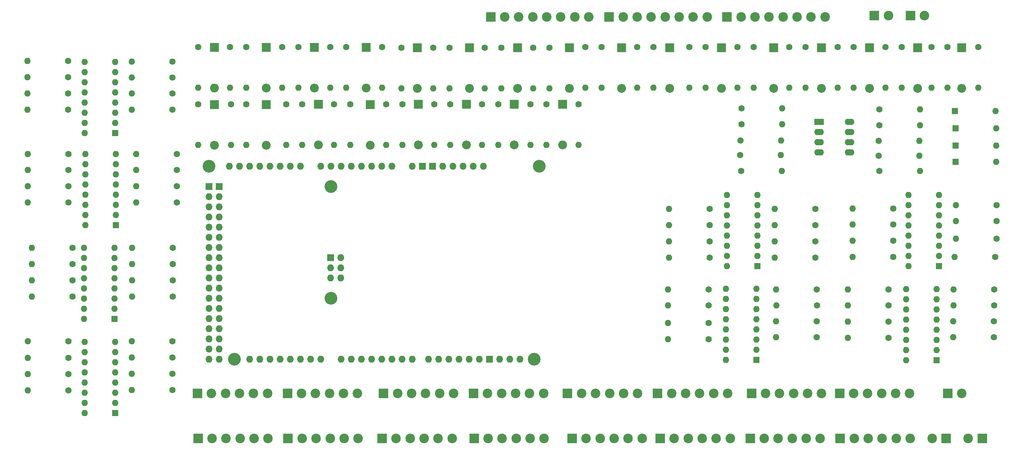
<source format=gbr>
%TF.GenerationSoftware,KiCad,Pcbnew,7.0.10*%
%TF.CreationDate,2024-02-15T16:30:13+07:00*%
%TF.ProjectId,Arduino_IO_Board,41726475-696e-46f5-9f49-4f5f426f6172,rev?*%
%TF.SameCoordinates,Original*%
%TF.FileFunction,Soldermask,Top*%
%TF.FilePolarity,Negative*%
%FSLAX46Y46*%
G04 Gerber Fmt 4.6, Leading zero omitted, Abs format (unit mm)*
G04 Created by KiCad (PCBNEW 7.0.10) date 2024-02-15 16:30:13*
%MOMM*%
%LPD*%
G01*
G04 APERTURE LIST*
%ADD10R,2.200000X2.200000*%
%ADD11O,2.200000X2.200000*%
%ADD12C,1.600000*%
%ADD13O,1.600000X1.600000*%
%ADD14R,1.600000X1.600000*%
%ADD15R,2.400000X2.400000*%
%ADD16C,2.400000*%
%ADD17C,3.200000*%
%ADD18O,1.727200X1.727200*%
%ADD19R,1.727200X1.727200*%
%ADD20R,2.400000X1.600000*%
%ADD21O,2.400000X1.600000*%
G04 APERTURE END LIST*
D10*
%TO.C,D7*%
X187838000Y-24284000D03*
D11*
X187838000Y-34444000D03*
%TD*%
D12*
%TO.C,R73*%
X224260000Y-76785000D03*
D13*
X214100000Y-76785000D03*
%TD*%
D12*
%TO.C,R47*%
X78000000Y-24130000D03*
D13*
X78000000Y-34290000D03*
%TD*%
D12*
%TO.C,R32*%
X121050000Y-38481000D03*
D13*
X121050000Y-48641000D03*
%TD*%
D12*
%TO.C,R86*%
X63627000Y-105845000D03*
D13*
X53467000Y-105845000D03*
%TD*%
D12*
%TO.C,R56*%
X243800000Y-64485000D03*
D13*
X233640000Y-64485000D03*
%TD*%
D12*
%TO.C,R122*%
X240284000Y-39751000D03*
D13*
X250444000Y-39751000D03*
%TD*%
D12*
%TO.C,R49*%
X269560000Y-63635000D03*
D13*
X259400000Y-63635000D03*
%TD*%
D10*
%TO.C,D6*%
X200838000Y-24284000D03*
D11*
X200838000Y-34444000D03*
%TD*%
D12*
%TO.C,R107*%
X37627000Y-54900000D03*
D13*
X27467000Y-54900000D03*
%TD*%
D12*
%TO.C,R106*%
X37627000Y-58950000D03*
D13*
X27467000Y-58950000D03*
%TD*%
D12*
%TO.C,R48*%
X70050000Y-24130000D03*
D13*
X70050000Y-34290000D03*
%TD*%
D12*
%TO.C,R55*%
X243800000Y-68535000D03*
D13*
X233640000Y-68535000D03*
%TD*%
D12*
%TO.C,R25*%
X165100000Y-38481000D03*
D13*
X165100000Y-48641000D03*
%TD*%
D12*
%TO.C,R31*%
X129000000Y-38481000D03*
D13*
X129000000Y-48641000D03*
%TD*%
D12*
%TO.C,R98*%
X64707000Y-58950000D03*
D13*
X54547000Y-58950000D03*
%TD*%
D14*
%TO.C,U4*%
X209800000Y-78875000D03*
D13*
X209800000Y-76335000D03*
X209800000Y-73795000D03*
X209800000Y-71255000D03*
X209800000Y-68715000D03*
X209800000Y-66175000D03*
X209800000Y-63635000D03*
X209800000Y-61095000D03*
X202180000Y-61095000D03*
X202180000Y-63635000D03*
X202180000Y-66175000D03*
X202180000Y-68715000D03*
X202180000Y-71255000D03*
X202180000Y-73795000D03*
X202180000Y-76335000D03*
X202180000Y-78875000D03*
%TD*%
D12*
%TO.C,R90*%
X38627000Y-82465000D03*
D13*
X28467000Y-82465000D03*
%TD*%
D12*
%TO.C,R80*%
X197880000Y-64635000D03*
D13*
X187720000Y-64635000D03*
%TD*%
D15*
%TO.C,J8*%
X230350000Y-110744000D03*
D16*
X233850000Y-110744000D03*
X237350000Y-110744000D03*
X240850000Y-110744000D03*
X244350000Y-110744000D03*
X247850000Y-110744000D03*
%TD*%
D12*
%TO.C,R87*%
X63627000Y-101795000D03*
D13*
X53467000Y-101795000D03*
%TD*%
D12*
%TO.C,R108*%
X37627000Y-50850000D03*
D13*
X27467000Y-50850000D03*
%TD*%
D12*
%TO.C,R40*%
X70050000Y-38481000D03*
D13*
X70050000Y-48641000D03*
%TD*%
D15*
%TO.C,J19*%
X70000000Y-122000000D03*
D16*
X73500000Y-122000000D03*
X77000000Y-122000000D03*
X80500000Y-122000000D03*
X84000000Y-122000000D03*
X87500000Y-122000000D03*
%TD*%
D10*
%TO.C,D9*%
X162838000Y-24284000D03*
D11*
X162838000Y-34444000D03*
%TD*%
D12*
%TO.C,R72*%
X242560000Y-84715000D03*
D13*
X232400000Y-84715000D03*
%TD*%
D12*
%TO.C,R54*%
X243800000Y-72585000D03*
D13*
X233640000Y-72585000D03*
%TD*%
D15*
%TO.C,J22*%
X257350000Y-110744000D03*
D16*
X260850000Y-110744000D03*
%TD*%
D12*
%TO.C,R24*%
X120838000Y-24284000D03*
D13*
X120838000Y-34444000D03*
%TD*%
D12*
%TO.C,R6*%
X233838000Y-24130000D03*
D13*
X233838000Y-34290000D03*
%TD*%
D12*
%TO.C,R11*%
X204788000Y-24130000D03*
D13*
X204788000Y-34290000D03*
%TD*%
D12*
%TO.C,R121*%
X240157000Y-47625000D03*
D13*
X250317000Y-47625000D03*
%TD*%
D12*
%TO.C,R3*%
X253288000Y-24130000D03*
D13*
X253288000Y-34290000D03*
%TD*%
D12*
%TO.C,R35*%
X104000000Y-38481000D03*
D13*
X104000000Y-48641000D03*
%TD*%
D12*
%TO.C,R103*%
X63547000Y-31770000D03*
D13*
X53387000Y-31770000D03*
%TD*%
D12*
%TO.C,R51*%
X269560000Y-72075000D03*
D13*
X259400000Y-72075000D03*
%TD*%
D12*
%TO.C,R74*%
X224260000Y-72735000D03*
D13*
X214100000Y-72735000D03*
%TD*%
D15*
%TO.C,J21*%
X266000000Y-122000000D03*
D16*
X262500000Y-122000000D03*
%TD*%
D15*
%TO.C,J13*%
X163500000Y-122000000D03*
D16*
X167000000Y-122000000D03*
X170500000Y-122000000D03*
X174000000Y-122000000D03*
X177500000Y-122000000D03*
X181000000Y-122000000D03*
%TD*%
D12*
%TO.C,R118*%
X240284000Y-55118000D03*
D13*
X250444000Y-55118000D03*
%TD*%
D10*
%TO.C,D19*%
X87050000Y-38561000D03*
D11*
X87050000Y-48721000D03*
%TD*%
D10*
%TO.C,D4*%
X225838000Y-24284000D03*
D11*
X225838000Y-34444000D03*
%TD*%
D12*
%TO.C,R117*%
X205867000Y-39497000D03*
D13*
X216027000Y-39497000D03*
%TD*%
D12*
%TO.C,R50*%
X269560000Y-67635000D03*
D13*
X259400000Y-67635000D03*
%TD*%
D12*
%TO.C,R115*%
X205867000Y-43434000D03*
D13*
X216027000Y-43434000D03*
%TD*%
D12*
%TO.C,R44*%
X95050000Y-24130000D03*
D13*
X95050000Y-34290000D03*
%TD*%
D12*
%TO.C,R19*%
X153788000Y-24284000D03*
D13*
X153788000Y-34444000D03*
%TD*%
D12*
%TO.C,R58*%
X224720000Y-88715000D03*
D13*
X214560000Y-88715000D03*
%TD*%
D15*
%TO.C,J5*%
X116350000Y-110744000D03*
D16*
X119850000Y-110744000D03*
X123350000Y-110744000D03*
X126850000Y-110744000D03*
X130350000Y-110744000D03*
X133850000Y-110744000D03*
%TD*%
D14*
%TO.C,D28*%
X259334000Y-52832000D03*
D13*
X269494000Y-52832000D03*
%TD*%
D12*
%TO.C,R76*%
X224260000Y-64635000D03*
D13*
X214100000Y-64635000D03*
%TD*%
D12*
%TO.C,R42*%
X107050000Y-24130000D03*
D13*
X107050000Y-34290000D03*
%TD*%
D10*
%TO.C,D21*%
X112050000Y-24210000D03*
D11*
X112050000Y-34370000D03*
%TD*%
D10*
%TO.C,D3*%
X237838000Y-24284000D03*
D11*
X237838000Y-34444000D03*
%TD*%
D10*
%TO.C,D12*%
X124838000Y-24284000D03*
D11*
X124838000Y-34444000D03*
%TD*%
D15*
%TO.C,J4*%
X138850000Y-110744000D03*
D16*
X142350000Y-110744000D03*
X145850000Y-110744000D03*
X149350000Y-110744000D03*
X152850000Y-110744000D03*
X156350000Y-110744000D03*
%TD*%
D12*
%TO.C,R46*%
X82050000Y-24130000D03*
D13*
X82050000Y-34290000D03*
%TD*%
D10*
%TO.C,D22*%
X99050000Y-24210000D03*
D11*
X99050000Y-34370000D03*
%TD*%
D12*
%TO.C,R96*%
X37627000Y-97745000D03*
D13*
X27467000Y-97745000D03*
%TD*%
D12*
%TO.C,R89*%
X38627000Y-86515000D03*
D13*
X28467000Y-86515000D03*
%TD*%
D12*
%TO.C,R71*%
X242560000Y-88765000D03*
D13*
X232400000Y-88765000D03*
%TD*%
D15*
%TO.C,J3*%
X143155000Y-16637000D03*
D16*
X146655000Y-16637000D03*
X150155000Y-16637000D03*
X153655000Y-16637000D03*
X157155000Y-16637000D03*
X160655000Y-16637000D03*
X164155000Y-16637000D03*
X167655000Y-16637000D03*
%TD*%
D12*
%TO.C,R14*%
X183838000Y-24130000D03*
D13*
X183838000Y-34290000D03*
%TD*%
D15*
%TO.C,J12*%
X185500000Y-122000000D03*
D16*
X189000000Y-122000000D03*
X192500000Y-122000000D03*
X196000000Y-122000000D03*
X199500000Y-122000000D03*
X203000000Y-122000000D03*
%TD*%
D17*
%TO.C,A1*%
X155321000Y-53975000D03*
X154051000Y-102235000D03*
D18*
X141351000Y-53975000D03*
D17*
X103251000Y-86995000D03*
X103251000Y-59055000D03*
X79121000Y-102235000D03*
X72771000Y-53975000D03*
D18*
X133731000Y-53975000D03*
X131191000Y-53975000D03*
X103124000Y-81915000D03*
X75311000Y-102235000D03*
X72771000Y-102235000D03*
X118491000Y-53975000D03*
X115951000Y-53975000D03*
X113411000Y-53975000D03*
X110871000Y-53975000D03*
X108331000Y-53975000D03*
X105791000Y-53975000D03*
X103251000Y-53975000D03*
X100711000Y-53975000D03*
X95631000Y-53975000D03*
X93091000Y-53975000D03*
X90551000Y-53975000D03*
X88011000Y-53975000D03*
X85471000Y-53975000D03*
X82931000Y-53975000D03*
X80391000Y-53975000D03*
X77851000Y-53975000D03*
X145415000Y-102235000D03*
X105791000Y-102235000D03*
X108331000Y-102235000D03*
X110871000Y-102235000D03*
X113411000Y-102235000D03*
X115951000Y-102235000D03*
X118491000Y-102235000D03*
X121031000Y-102235000D03*
X123571000Y-102235000D03*
X127635000Y-102235000D03*
X130175000Y-102235000D03*
X132715000Y-102235000D03*
X135255000Y-102235000D03*
X137795000Y-102235000D03*
X140335000Y-102235000D03*
X100711000Y-102235000D03*
X98171000Y-102235000D03*
X95631000Y-102235000D03*
X93091000Y-102235000D03*
X90551000Y-102235000D03*
X88011000Y-102235000D03*
X85471000Y-102235000D03*
X82931000Y-102235000D03*
X75311000Y-99695000D03*
X72771000Y-99695000D03*
X75311000Y-97155000D03*
X72771000Y-97155000D03*
X75311000Y-94615000D03*
X72771000Y-94615000D03*
X75311000Y-92075000D03*
X72771000Y-92075000D03*
X75311000Y-89535000D03*
X72771000Y-89535000D03*
X75311000Y-86995000D03*
X72771000Y-86995000D03*
X75311000Y-84455000D03*
X72771000Y-84455000D03*
X75311000Y-81915000D03*
X72771000Y-81915000D03*
X75311000Y-79375000D03*
X72771000Y-79375000D03*
X75311000Y-76835000D03*
X72771000Y-76835000D03*
X75311000Y-74295000D03*
X72771000Y-74295000D03*
X75311000Y-71755000D03*
X72771000Y-71755000D03*
X75311000Y-69215000D03*
X72771000Y-69215000D03*
X75311000Y-66675000D03*
X72771000Y-66675000D03*
X75311000Y-64135000D03*
X72771000Y-64135000D03*
X75311000Y-61595000D03*
X72771000Y-61595000D03*
D19*
X142875000Y-102235000D03*
X128651000Y-53975000D03*
X126111000Y-53975000D03*
X103124000Y-76835000D03*
X75311000Y-59055000D03*
X72771000Y-59055000D03*
D18*
X138811000Y-53975000D03*
X105664000Y-81915000D03*
X103124000Y-79375000D03*
X136271000Y-53975000D03*
X105664000Y-76835000D03*
X105664000Y-79375000D03*
X150495000Y-102235000D03*
X147955000Y-102235000D03*
X123571000Y-53975000D03*
%TD*%
D12*
%TO.C,R100*%
X64707000Y-50850000D03*
D13*
X54547000Y-50850000D03*
%TD*%
D15*
%TO.C,J24*%
X248087000Y-16256000D03*
D16*
X251587000Y-16256000D03*
%TD*%
D12*
%TO.C,R13*%
X192788000Y-24130000D03*
D13*
X192788000Y-34290000D03*
%TD*%
D10*
%TO.C,D2*%
X249838000Y-24284000D03*
D11*
X249838000Y-34444000D03*
%TD*%
D12*
%TO.C,R43*%
X103000000Y-24130000D03*
D13*
X103000000Y-34290000D03*
%TD*%
D12*
%TO.C,R18*%
X157838000Y-24284000D03*
D13*
X157838000Y-34444000D03*
%TD*%
D12*
%TO.C,R38*%
X82050000Y-38481000D03*
D13*
X82050000Y-48641000D03*
%TD*%
D12*
%TO.C,R67*%
X268940000Y-92715000D03*
D13*
X258780000Y-92715000D03*
%TD*%
D12*
%TO.C,R75*%
X224260000Y-68685000D03*
D13*
X214100000Y-68685000D03*
%TD*%
D15*
%TO.C,J2*%
X172761000Y-16637000D03*
D16*
X176261000Y-16637000D03*
X179761000Y-16637000D03*
X183261000Y-16637000D03*
X186761000Y-16637000D03*
X190261000Y-16637000D03*
X193761000Y-16637000D03*
X197261000Y-16637000D03*
%TD*%
D12*
%TO.C,R52*%
X269260000Y-76635000D03*
D13*
X259100000Y-76635000D03*
%TD*%
D12*
%TO.C,R37*%
X92000000Y-38481000D03*
D13*
X92000000Y-48641000D03*
%TD*%
D12*
%TO.C,R84*%
X63707000Y-74365000D03*
D13*
X53547000Y-74365000D03*
%TD*%
D12*
%TO.C,R10*%
X208838000Y-24130000D03*
D13*
X208838000Y-34290000D03*
%TD*%
D14*
%TO.C,U5*%
X49087000Y-92145000D03*
D13*
X49087000Y-89605000D03*
X49087000Y-87065000D03*
X49087000Y-84525000D03*
X49087000Y-81985000D03*
X49087000Y-79445000D03*
X49087000Y-76905000D03*
X49087000Y-74365000D03*
X41467000Y-74365000D03*
X41467000Y-76905000D03*
X41467000Y-79445000D03*
X41467000Y-81985000D03*
X41467000Y-84525000D03*
X41467000Y-87065000D03*
X41467000Y-89605000D03*
X41467000Y-92145000D03*
%TD*%
D12*
%TO.C,R29*%
X141000000Y-38481000D03*
D13*
X141000000Y-48641000D03*
%TD*%
D12*
%TO.C,R20*%
X145838000Y-24284000D03*
D13*
X145838000Y-34444000D03*
%TD*%
D12*
%TO.C,R81*%
X63707000Y-86515000D03*
D13*
X53547000Y-86515000D03*
%TD*%
D15*
%TO.C,J9*%
X208350000Y-110744000D03*
D16*
X211850000Y-110744000D03*
X215350000Y-110744000D03*
X218850000Y-110744000D03*
X222350000Y-110744000D03*
X225850000Y-110744000D03*
%TD*%
D12*
%TO.C,R34*%
X108050000Y-38481000D03*
D13*
X108050000Y-48641000D03*
%TD*%
D12*
%TO.C,R85*%
X63627000Y-109895000D03*
D13*
X53467000Y-109895000D03*
%TD*%
D12*
%TO.C,R78*%
X197880000Y-72735000D03*
D13*
X187720000Y-72735000D03*
%TD*%
D12*
%TO.C,R114*%
X205613000Y-47484000D03*
D13*
X215773000Y-47484000D03*
%TD*%
D12*
%TO.C,R5*%
X241788000Y-24130000D03*
D13*
X241788000Y-34290000D03*
%TD*%
D12*
%TO.C,R70*%
X242560000Y-92815000D03*
D13*
X232400000Y-92815000D03*
%TD*%
D12*
%TO.C,R22*%
X132838000Y-24284000D03*
D13*
X132838000Y-34444000D03*
%TD*%
D12*
%TO.C,R110*%
X37547000Y-35720000D03*
D13*
X27387000Y-35720000D03*
%TD*%
D14*
%TO.C,U7*%
X49467000Y-68630000D03*
D13*
X49467000Y-66090000D03*
X49467000Y-63550000D03*
X49467000Y-61010000D03*
X49467000Y-58470000D03*
X49467000Y-55930000D03*
X49467000Y-53390000D03*
X49467000Y-50850000D03*
X41847000Y-50850000D03*
X41847000Y-53390000D03*
X41847000Y-55930000D03*
X41847000Y-58470000D03*
X41847000Y-61010000D03*
X41847000Y-63550000D03*
X41847000Y-66090000D03*
X41847000Y-68630000D03*
%TD*%
D12*
%TO.C,R17*%
X166788000Y-24130000D03*
D13*
X166788000Y-34290000D03*
%TD*%
D10*
%TO.C,D23*%
X87050000Y-24210000D03*
D11*
X87050000Y-34370000D03*
%TD*%
D12*
%TO.C,R62*%
X197640000Y-93135000D03*
D13*
X187480000Y-93135000D03*
%TD*%
D12*
%TO.C,R91*%
X38627000Y-78415000D03*
D13*
X28467000Y-78415000D03*
%TD*%
D15*
%TO.C,J11*%
X69850000Y-110744000D03*
D16*
X73350000Y-110744000D03*
X76850000Y-110744000D03*
X80350000Y-110744000D03*
X83850000Y-110744000D03*
X87350000Y-110744000D03*
%TD*%
D14*
%TO.C,D25*%
X259207000Y-40132000D03*
D13*
X269367000Y-40132000D03*
%TD*%
D15*
%TO.C,J10*%
X92350000Y-110744000D03*
D16*
X95850000Y-110744000D03*
X99350000Y-110744000D03*
X102850000Y-110744000D03*
X106350000Y-110744000D03*
X109850000Y-110744000D03*
%TD*%
D12*
%TO.C,R92*%
X38627000Y-74365000D03*
D13*
X28467000Y-74365000D03*
%TD*%
D14*
%TO.C,U3*%
X254560000Y-102415000D03*
D13*
X254560000Y-99875000D03*
X254560000Y-97335000D03*
X254560000Y-94795000D03*
X254560000Y-92255000D03*
X254560000Y-89715000D03*
X254560000Y-87175000D03*
X254560000Y-84635000D03*
X246940000Y-84635000D03*
X246940000Y-87175000D03*
X246940000Y-89715000D03*
X246940000Y-92255000D03*
X246940000Y-94795000D03*
X246940000Y-97335000D03*
X246940000Y-99875000D03*
X246940000Y-102415000D03*
%TD*%
D15*
%TO.C,J20*%
X257000000Y-122000000D03*
D16*
X253500000Y-122000000D03*
%TD*%
D12*
%TO.C,R45*%
X91000000Y-24130000D03*
D13*
X91000000Y-34290000D03*
%TD*%
D12*
%TO.C,R104*%
X63547000Y-27770000D03*
D13*
X53387000Y-27770000D03*
%TD*%
D14*
%TO.C,U2*%
X209560000Y-102335000D03*
D13*
X209560000Y-99795000D03*
X209560000Y-97255000D03*
X209560000Y-94715000D03*
X209560000Y-92175000D03*
X209560000Y-89635000D03*
X209560000Y-87095000D03*
X209560000Y-84555000D03*
X201940000Y-84555000D03*
X201940000Y-87095000D03*
X201940000Y-89635000D03*
X201940000Y-92175000D03*
X201940000Y-94715000D03*
X201940000Y-97255000D03*
X201940000Y-99795000D03*
X201940000Y-102335000D03*
%TD*%
D12*
%TO.C,R41*%
X116000000Y-24130000D03*
D13*
X116000000Y-34290000D03*
%TD*%
D10*
%TO.C,D1*%
X260838000Y-24284000D03*
D11*
X260838000Y-34444000D03*
%TD*%
D12*
%TO.C,R119*%
X240284000Y-43688000D03*
D13*
X250444000Y-43688000D03*
%TD*%
D12*
%TO.C,R83*%
X63707000Y-78415000D03*
D13*
X53547000Y-78415000D03*
%TD*%
D12*
%TO.C,R12*%
X196838000Y-24130000D03*
D13*
X196838000Y-34290000D03*
%TD*%
D15*
%TO.C,J1*%
X202225000Y-16637000D03*
D16*
X205725000Y-16637000D03*
X209225000Y-16637000D03*
X212725000Y-16637000D03*
X216225000Y-16637000D03*
X219725000Y-16637000D03*
X223225000Y-16637000D03*
X226725000Y-16637000D03*
%TD*%
D12*
%TO.C,R63*%
X197640000Y-88765000D03*
D13*
X187480000Y-88765000D03*
%TD*%
D12*
%TO.C,R57*%
X224640000Y-84715000D03*
D13*
X214480000Y-84715000D03*
%TD*%
D12*
%TO.C,R94*%
X37627000Y-105895000D03*
D13*
X27467000Y-105895000D03*
%TD*%
D14*
%TO.C,U6*%
X49267000Y-115620000D03*
D13*
X49267000Y-113080000D03*
X49267000Y-110540000D03*
X49267000Y-108000000D03*
X49267000Y-105460000D03*
X49267000Y-102920000D03*
X49267000Y-100380000D03*
X49267000Y-97840000D03*
X41647000Y-97840000D03*
X41647000Y-100380000D03*
X41647000Y-102920000D03*
X41647000Y-105460000D03*
X41647000Y-108000000D03*
X41647000Y-110540000D03*
X41647000Y-113080000D03*
X41647000Y-115620000D03*
%TD*%
D12*
%TO.C,R2*%
X257338000Y-24130000D03*
D13*
X257338000Y-34290000D03*
%TD*%
D12*
%TO.C,R120*%
X240157000Y-51308000D03*
D13*
X250317000Y-51308000D03*
%TD*%
D14*
%TO.C,U1*%
X255180000Y-78955000D03*
D13*
X255180000Y-76415000D03*
X255180000Y-73875000D03*
X255180000Y-71335000D03*
X255180000Y-68795000D03*
X255180000Y-66255000D03*
X255180000Y-63715000D03*
X255180000Y-61175000D03*
X247560000Y-61175000D03*
X247560000Y-63715000D03*
X247560000Y-66255000D03*
X247560000Y-68795000D03*
X247560000Y-71335000D03*
X247560000Y-73875000D03*
X247560000Y-76415000D03*
X247560000Y-78955000D03*
%TD*%
D15*
%TO.C,J7*%
X162350000Y-110744000D03*
D16*
X165850000Y-110744000D03*
X169350000Y-110744000D03*
X172850000Y-110744000D03*
X176350000Y-110744000D03*
X179850000Y-110744000D03*
%TD*%
D12*
%TO.C,R33*%
X117000000Y-38481000D03*
D13*
X117000000Y-48641000D03*
%TD*%
D15*
%TO.C,J16*%
X139000000Y-122000000D03*
D16*
X142500000Y-122000000D03*
X146000000Y-122000000D03*
X149500000Y-122000000D03*
X153000000Y-122000000D03*
X156500000Y-122000000D03*
%TD*%
D12*
%TO.C,R64*%
X197640000Y-84715000D03*
D13*
X187480000Y-84715000D03*
%TD*%
D12*
%TO.C,R66*%
X269020000Y-88715000D03*
D13*
X258860000Y-88715000D03*
%TD*%
D15*
%TO.C,J14*%
X230500000Y-122000000D03*
D16*
X234000000Y-122000000D03*
X237500000Y-122000000D03*
X241000000Y-122000000D03*
X244500000Y-122000000D03*
X248000000Y-122000000D03*
%TD*%
D12*
%TO.C,R53*%
X243800000Y-76635000D03*
D13*
X233640000Y-76635000D03*
%TD*%
D15*
%TO.C,J6*%
X184850000Y-110744000D03*
D16*
X188350000Y-110744000D03*
X191850000Y-110744000D03*
X195350000Y-110744000D03*
X198850000Y-110744000D03*
X202350000Y-110744000D03*
%TD*%
D12*
%TO.C,R60*%
X224640000Y-96715000D03*
D13*
X214480000Y-96715000D03*
%TD*%
D12*
%TO.C,R116*%
X205740000Y-55118000D03*
D13*
X215900000Y-55118000D03*
%TD*%
D10*
%TO.C,D14*%
X149050000Y-38481000D03*
D11*
X149050000Y-48641000D03*
%TD*%
D12*
%TO.C,R23*%
X128788000Y-24284000D03*
D13*
X128788000Y-34444000D03*
%TD*%
D12*
%TO.C,R65*%
X269020000Y-84715000D03*
D13*
X258860000Y-84715000D03*
%TD*%
D12*
%TO.C,R97*%
X64707000Y-63000000D03*
D13*
X54547000Y-63000000D03*
%TD*%
D12*
%TO.C,R39*%
X78250000Y-38481000D03*
D13*
X78250000Y-48641000D03*
%TD*%
D12*
%TO.C,R69*%
X242560000Y-96865000D03*
D13*
X232400000Y-96865000D03*
%TD*%
D12*
%TO.C,R30*%
X133050000Y-38481000D03*
D13*
X133050000Y-48641000D03*
%TD*%
D20*
%TO.C,U9*%
X225181000Y-42809000D03*
D21*
X225181000Y-45349000D03*
X225181000Y-47889000D03*
X225181000Y-50429000D03*
X232801000Y-50429000D03*
X232801000Y-47889000D03*
X232801000Y-45349000D03*
X232801000Y-42809000D03*
%TD*%
D12*
%TO.C,R112*%
X37547000Y-27620000D03*
D13*
X27387000Y-27620000D03*
%TD*%
D12*
%TO.C,R109*%
X37547000Y-39770000D03*
D13*
X27387000Y-39770000D03*
%TD*%
D10*
%TO.C,D10*%
X149838000Y-24284000D03*
D11*
X149838000Y-34444000D03*
%TD*%
D12*
%TO.C,R88*%
X63627000Y-97745000D03*
D13*
X53467000Y-97745000D03*
%TD*%
D10*
%TO.C,D18*%
X100050000Y-38481000D03*
D11*
X100050000Y-48641000D03*
%TD*%
D12*
%TO.C,R59*%
X224640000Y-92715000D03*
D13*
X214480000Y-92715000D03*
%TD*%
D10*
%TO.C,D5*%
X213838000Y-24284000D03*
D11*
X213838000Y-34444000D03*
%TD*%
D10*
%TO.C,D24*%
X74050000Y-24210000D03*
D11*
X74050000Y-34370000D03*
%TD*%
D12*
%TO.C,R7*%
X229838000Y-24130000D03*
D13*
X229838000Y-34290000D03*
%TD*%
D12*
%TO.C,R9*%
X217788000Y-24130000D03*
D13*
X217788000Y-34290000D03*
%TD*%
D12*
%TO.C,R21*%
X141668000Y-24284000D03*
D13*
X141668000Y-34444000D03*
%TD*%
D12*
%TO.C,R36*%
X96050000Y-38481000D03*
D13*
X96050000Y-48641000D03*
%TD*%
D12*
%TO.C,R105*%
X37627000Y-63000000D03*
D13*
X27467000Y-63000000D03*
%TD*%
D15*
%TO.C,J18*%
X92500000Y-122000000D03*
D16*
X96000000Y-122000000D03*
X99500000Y-122000000D03*
X103000000Y-122000000D03*
X106500000Y-122000000D03*
X110000000Y-122000000D03*
%TD*%
D10*
%TO.C,D8*%
X175838000Y-24284000D03*
D11*
X175838000Y-34444000D03*
%TD*%
D15*
%TO.C,J23*%
X239037000Y-16256000D03*
D16*
X242537000Y-16256000D03*
%TD*%
D12*
%TO.C,R111*%
X37547000Y-31670000D03*
D13*
X27387000Y-31670000D03*
%TD*%
D12*
%TO.C,R8*%
X221838000Y-24130000D03*
D13*
X221838000Y-34290000D03*
%TD*%
D12*
%TO.C,R99*%
X64707000Y-54900000D03*
D13*
X54547000Y-54900000D03*
%TD*%
D12*
%TO.C,R68*%
X268940000Y-96715000D03*
D13*
X258780000Y-96715000D03*
%TD*%
D10*
%TO.C,D16*%
X125050000Y-38481000D03*
D11*
X125050000Y-48641000D03*
%TD*%
D10*
%TO.C,D20*%
X74050000Y-38561000D03*
D11*
X74050000Y-48721000D03*
%TD*%
D12*
%TO.C,R102*%
X63547000Y-35770000D03*
D13*
X53387000Y-35770000D03*
%TD*%
D14*
%TO.C,D27*%
X259334000Y-48768000D03*
D13*
X269494000Y-48768000D03*
%TD*%
D12*
%TO.C,R101*%
X63547000Y-39770000D03*
D13*
X53387000Y-39770000D03*
%TD*%
D12*
%TO.C,R82*%
X63707000Y-82465000D03*
D13*
X53547000Y-82465000D03*
%TD*%
D15*
%TO.C,J17*%
X116000000Y-122000000D03*
D16*
X119500000Y-122000000D03*
X123000000Y-122000000D03*
X126500000Y-122000000D03*
X130000000Y-122000000D03*
X133500000Y-122000000D03*
%TD*%
D10*
%TO.C,D11*%
X137838000Y-24284000D03*
D11*
X137838000Y-34444000D03*
%TD*%
D14*
%TO.C,U8*%
X49267000Y-45645000D03*
D13*
X49267000Y-43105000D03*
X49267000Y-40565000D03*
X49267000Y-38025000D03*
X49267000Y-35485000D03*
X49267000Y-32945000D03*
X49267000Y-30405000D03*
X49267000Y-27865000D03*
X41647000Y-27865000D03*
X41647000Y-30405000D03*
X41647000Y-32945000D03*
X41647000Y-35485000D03*
X41647000Y-38025000D03*
X41647000Y-40565000D03*
X41647000Y-43105000D03*
X41647000Y-45645000D03*
%TD*%
D12*
%TO.C,R93*%
X37627000Y-109945000D03*
D13*
X27467000Y-109945000D03*
%TD*%
D12*
%TO.C,R77*%
X197880000Y-76785000D03*
D13*
X187720000Y-76785000D03*
%TD*%
D12*
%TO.C,R1*%
X265000000Y-24130000D03*
D13*
X265000000Y-34290000D03*
%TD*%
D12*
%TO.C,R27*%
X153050000Y-38481000D03*
D13*
X153050000Y-48641000D03*
%TD*%
D12*
%TO.C,R113*%
X205486000Y-51181000D03*
D13*
X215646000Y-51181000D03*
%TD*%
D12*
%TO.C,R61*%
X197640000Y-97185000D03*
D13*
X187480000Y-97185000D03*
%TD*%
D12*
%TO.C,R95*%
X37627000Y-101845000D03*
D13*
X27467000Y-101845000D03*
%TD*%
D14*
%TO.C,D26*%
X259334000Y-44450000D03*
D13*
X269494000Y-44450000D03*
%TD*%
D12*
%TO.C,R4*%
X245838000Y-24130000D03*
D13*
X245838000Y-34290000D03*
%TD*%
D10*
%TO.C,D15*%
X137050000Y-38481000D03*
D11*
X137050000Y-48641000D03*
%TD*%
D12*
%TO.C,R15*%
X179788000Y-24130000D03*
D13*
X179788000Y-34290000D03*
%TD*%
D12*
%TO.C,R79*%
X197880000Y-68685000D03*
D13*
X187720000Y-68685000D03*
%TD*%
D12*
%TO.C,R26*%
X157100000Y-38481000D03*
D13*
X157100000Y-48641000D03*
%TD*%
D10*
%TO.C,D17*%
X113050000Y-38561000D03*
D11*
X113050000Y-48721000D03*
%TD*%
D12*
%TO.C,R28*%
X145050000Y-38481000D03*
D13*
X145050000Y-48641000D03*
%TD*%
D10*
%TO.C,D13*%
X161100000Y-38481000D03*
D11*
X161100000Y-48641000D03*
%TD*%
D12*
%TO.C,R16*%
X170838000Y-24130000D03*
D13*
X170838000Y-34290000D03*
%TD*%
D15*
%TO.C,J15*%
X208000000Y-122000000D03*
D16*
X211500000Y-122000000D03*
X215000000Y-122000000D03*
X218500000Y-122000000D03*
X222000000Y-122000000D03*
X225500000Y-122000000D03*
%TD*%
M02*

</source>
